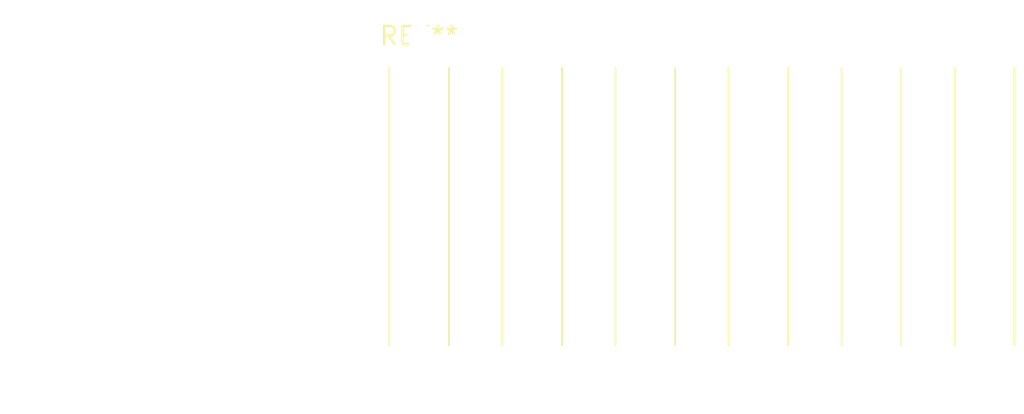
<source format=kicad_pcb>
(kicad_pcb (version 20240108) (generator pcbnew)
  (layers (0 "F.Cu" signal) (31 "B.Cu" signal) (34 "B.Paste" user) (35 "F.Paste" user) (36 "B.SilkS" user "B.Silkscreen") (37 "F.SilkS" user "F.Silkscreen") (38 "B.Mask" user) (39 "F.Mask" user) (44 "Edge.Cuts" user))
  (net 0 "")
  (footprint "SolderWire-1sqmm_1x06_P7.8mm_D1.4mm_OD3.9mm_Relief" (layer "F.Cu") (at 0 0)
    (property "Reference" "REF**")
    (property "Value" "SolderWire-1sqmm_1x06_P7.8mm_D1.4mm_OD3.9mm_Relief")
    (fp_line (start -2.06 2.21) (end -2.06 21.34) (layer "F.SilkS") (stroke (width 0.12)))
    (fp_line (start 2.06 2.21) (end 2.06 21.34) (layer "F.SilkS") (stroke (width 0.12)))
    (fp_line (start 5.74 2.21) (end 5.74 21.34) (layer "F.SilkS") (stroke (width 0.12)))
    (fp_line (start 9.86 2.21) (end 9.86 21.34) (layer "F.SilkS") (stroke (width 0.12)))
    (fp_line (start 13.54 2.21) (end 13.54 21.34) (layer "F.SilkS") (stroke (width 0.12)))
    (fp_line (start 17.66 2.21) (end 17.66 21.34) (layer "F.SilkS") (stroke (width 0.12)))
    (fp_line (start 21.34 2.21) (end 21.34 21.34) (layer "F.SilkS") (stroke (width 0.12)))
    (fp_line (start 25.46 2.21) (end 25.46 21.34) (layer "F.SilkS") (stroke (width 0.12)))
    (fp_line (start 29.14 2.21) (end 29.14 21.34) (layer "F.SilkS") (stroke (width 0.12)))
    (fp_line (start 33.26 2.21) (end 33.26 21.34) (layer "F.SilkS") (stroke (width 0.12)))
    (fp_line (start 36.94 2.21) (end 36.94 21.34) (layer "F.SilkS") (stroke (width 0.12)))
    (fp_line (start 41.06 2.21) (end 41.06 21.34) (layer "F.SilkS") (stroke (width 0.12)))
    (pad "" np_thru_hole circle (at 0 23.4) (size 4.4 4.4) (drill 4.4) (layers *.Cu *.Mask))
    (pad "" np_thru_hole circle (at 7.8 23.4) (size 4.4 4.4) (drill 4.4) (layers *.Cu *.Mask))
    (pad "" np_thru_hole circle (at 15.6 23.4) (size 4.4 4.4) (drill 4.4) (layers *.Cu *.Mask))
    (pad "" np_thru_hole circle (at 23.4 23.4) (size 4.4 4.4) (drill 4.4) (layers *.Cu *.Mask))
    (pad "" np_thru_hole circle (at 31.2 23.4) (size 4.4 4.4) (drill 4.4) (layers *.Cu *.Mask))
    (pad "" np_thru_hole circle (at 39 23.4) (size 4.4 4.4) (drill 4.4) (layers *.Cu *.Mask))
    (pad "1" thru_hole roundrect (at 0 0) (size 3.9 3.9) (drill 1.75) (layers *.Cu *.Mask) (remove_unused_layers) (roundrect_rratio 0.064103))
    (pad "2" thru_hole circle (at 7.8 0) (size 3.9 3.9) (drill 1.75) (layers *.Cu *.Mask) (remove_unused_layers))
    (pad "3" thru_hole circle (at 15.6 0) (size 3.9 3.9) (drill 1.75) (layers *.Cu *.Mask) (remove_unused_layers))
    (pad "4" thru_hole circle (at 23.4 0) (size 3.9 3.9) (drill 1.75) (layers *.Cu *.Mask) (remove_unused_layers))
    (pad "5" thru_hole circle (at 31.2 0) (size 3.9 3.9) (drill 1.75) (layers *.Cu *.Mask) (remove_unused_layers))
    (pad "6" thru_hole circle (at 39 0) (size 3.9 3.9) (drill 1.75) (layers *.Cu *.Mask) (remove_unused_layers))
  )
)
</source>
